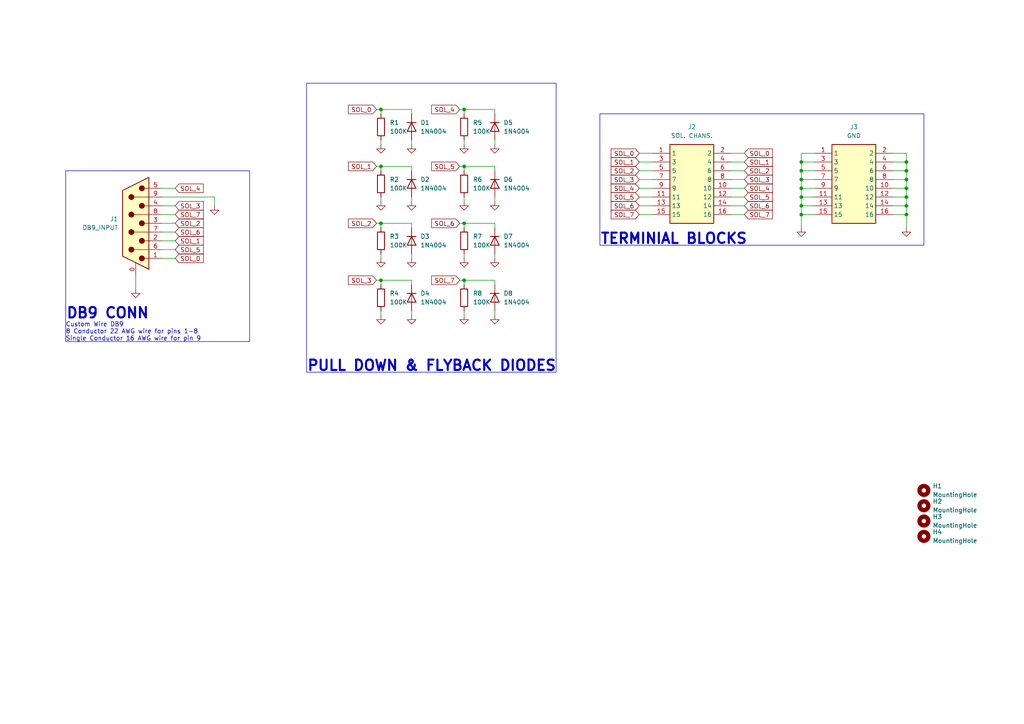
<source format=kicad_sch>
(kicad_sch (version 20250114) (generator "eeschema") (generator_version "9.0")
  (paper "A4")
  (lib_symbols
    (symbol "Connector:DE9_Pins_MountingHoles" (pin_names (offset 1.016) (hide yes))
      (property "Reference" "J" (at 0 16.51 0))
      (property "Value" "DE9_Pins_MountingHoles" (at 0 14.605 0))
      (symbol "DE9_Pins_MountingHoles_0_1"
        (polyline (pts (xy -3.81 10.16) (xy -2.54 10.16)))
        (polyline (pts (xy -3.81 7.62) (xy 0.508 7.62)))
        (polyline (pts (xy -3.81 5.08) (xy -2.54 5.08)))
        (polyline (pts (xy -3.81 2.54) (xy 0.508 2.54)))
        (polyline (pts (xy -3.81 0) (xy -2.54 0)))
        (polyline (pts (xy -3.81 -2.54) (xy 0.508 -2.54)))
        (polyline (pts (xy -3.81 -5.08) (xy -2.54 -5.08)))
        (polyline (pts (xy -3.81 -7.62) (xy 0.508 -7.62)))
        (polyline (pts (xy -3.81 -10.16) (xy -2.54 -10.16)))
        (polyline (pts (xy -3.81 -13.335) (xy -3.81 13.335) (xy 3.81 9.525) (xy 3.81 -9.525) (xy -3.81 -13.335)) (stroke (width 0.254)) (fill (type background)))
        (circle (center -1.778 10.16) (radius 0.762) (fill (type outline)))
        (circle (center -1.778 5.08) (radius 0.762) (fill (type outline)))
        (circle (center -1.778 0) (radius 0.762) (fill (type outline)))
        (circle (center -1.778 -5.08) (radius 0.762) (fill (type outline)))
        (circle (center -1.778 -10.16) (radius 0.762) (fill (type outline)))
        (circle (center 1.27 7.62) (radius 0.762) (fill (type outline)))
        (circle (center 1.27 2.54) (radius 0.762) (fill (type outline)))
        (circle (center 1.27 -2.54) (radius 0.762) (fill (type outline)))
        (circle (center 1.27 -7.62) (radius 0.762) (fill (type outline)))
      )
      (symbol "DE9_Pins_MountingHoles_1_1"
        (pin passive line (at -7.62 10.16 0) (length 3.81) (name "5") (number "5"))
        (pin passive line (at -7.62 7.62 0) (length 3.81) (name "9") (number "9"))
        (pin passive line (at -7.62 5.08 0) (length 3.81) (name "4") (number "4"))
        (pin passive line (at -7.62 2.54 0) (length 3.81) (name "8") (number "8"))
        (pin passive line (at -7.62 0 0) (length 3.81) (name "3") (number "3"))
        (pin passive line (at -7.62 -2.54 0) (length 3.81) (name "7") (number "7"))
        (pin passive line (at -7.62 -5.08 0) (length 3.81) (name "2") (number "2"))
        (pin passive line (at -7.62 -7.62 0) (length 3.81) (name "6") (number "6"))
        (pin passive line (at -7.62 -10.16 0) (length 3.81) (name "1") (number "1"))
        (pin passive line (at 0 -15.24 90) (length 3.81) (name "PAD") (number "0"))
      )
    )
    (symbol "Device:R" (pin_numbers (hide yes)) (pin_names (offset 0))
      (property "Reference" "R" (at 2.032 0 90))
      (property "Value" "R" (at 0 0 90))
      (symbol "R_0_1"
        (rectangle (start -1.016 -2.54) (end 1.016 2.54) (stroke (width 0.254)))
      )
      (symbol "R_1_1"
        (pin passive line (at 0 3.81 270) (length 1.27) (name "~") (number "1"))
        (pin passive line (at 0 -3.81 90) (length 1.27) (name "~") (number "2"))
      )
    )
    (symbol "Diode:1N4004" (pin_numbers (hide yes)) (pin_names (hide yes))
      (property "Reference" "D" (at 0 2.54 0))
      (property "Value" "1N4004" (at 0 -2.54 0))
      (symbol "1N4004_0_1"
        (polyline (pts (xy -1.27 1.27) (xy -1.27 -1.27)) (stroke (width 0.254)))
        (polyline (pts (xy 1.27 1.27) (xy 1.27 -1.27) (xy -1.27 0) (xy 1.27 1.27)) (stroke (width 0.254)))
        (polyline (pts (xy 1.27 0) (xy -1.27 0)))
      )
      (symbol "1N4004_1_1"
        (pin passive line (at -3.81 0 0) (length 2.54) (name "K") (number "1"))
        (pin passive line (at 3.81 0 180) (length 2.54) (name "A") (number "2"))
      )
    )
    (symbol "Mechanical:MountingHole" (pin_names (offset 1.016))
      (property "Reference" "H" (at 0 5.08 0))
      (property "Value" "MountingHole" (at 0 3.175 0))
      (symbol "MountingHole_0_1"
        (circle (center 0 0) (radius 1.27) (stroke (width 1.27)))
      )
    )
    (symbol "TBLH10V-350-08BK:TBLH10V-350-08BK"
      (property "Reference" "J" (at 19.05 7.62 0))
      (property "Value" "TBLH10V-350-08BK" (at 19.05 5.08 0))
      (symbol "TBLH10V-350-08BK_1_1"
        (rectangle (start 5.08 2.54) (end 17.78 -20.32) (stroke (width 0.254)) (fill (type background)))
        (pin passive line (at 0 0 0) (length 5.08) (name "1") (number "1"))
        (pin passive line (at 0 -2.54 0) (length 5.08) (name "3") (number "3"))
        (pin passive line (at 0 -5.08 0) (length 5.08) (name "5") (number "5"))
        (pin passive line (at 0 -7.62 0) (length 5.08) (name "7") (number "7"))
        (pin passive line (at 0 -10.16 0) (length 5.08) (name "9") (number "9"))
        (pin passive line (at 0 -12.7 0) (length 5.08) (name "11") (number "11"))
        (pin passive line (at 0 -15.24 0) (length 5.08) (name "13") (number "13"))
        (pin passive line (at 0 -17.78 0) (length 5.08) (name "15") (number "15"))
        (pin passive line (at 22.86 0 180) (length 5.08) (name "2") (number "2"))
        (pin passive line (at 22.86 -2.54 180) (length 5.08) (name "4") (number "4"))
        (pin passive line (at 22.86 -5.08 180) (length 5.08) (name "6") (number "6"))
        (pin passive line (at 22.86 -7.62 180) (length 5.08) (name "8") (number "8"))
        (pin passive line (at 22.86 -10.16 180) (length 5.08) (name "10") (number "10"))
        (pin passive line (at 22.86 -12.7 180) (length 5.08) (name "12") (number "12"))
        (pin passive line (at 22.86 -15.24 180) (length 5.08) (name "14") (number "14"))
        (pin passive line (at 22.86 -17.78 180) (length 5.08) (name "16") (number "16"))
      )
    )
    (symbol "power:GND" (power) (pin_names (offset 0))
      (property "Value" "GND" (at 0 -3.81 0))
      (symbol "GND_0_1"
        (polyline (pts (xy 0 0) (xy 0 -1.27) (xy 1.27 -1.27) (xy 0 -2.54) (xy -1.27 -1.27) (xy 0 -1.27)))
      )
      (symbol "GND_1_1"
        (pin power_in line (at 0 0 270) (length 0) (hide yes) (name "GND") (number "1"))
      )
    )
  )
  (rectangle (start 88.9 24.13) (end 161.29 107.95))
  (rectangle (start 173.99 33.02) (end 267.97 71.12))
  (rectangle (start 19.05 49.53) (end 72.39 99.06))
  (text "Custom Wire DB9\n8 Conductor 22 AWG wire for pins 1-8 \nSingle Conductor 16 AWG wire for pin 9" (at 19.05 99.06 0) (effects (font (size 1.27 1.27) (thickness 0.1588)) (justify left bottom)))
  (text "PULL DOWN & FLYBACK DIODES" (at 88.9 107.95 0) (effects (font (size 3 3) (thickness 0.6) (bold yes)) (justify left bottom)))
  (text "TERMINIAL BLOCKS" (at 173.99 71.12 0) (effects (font (size 3 3) (thickness 0.6) (bold yes)) (justify left bottom)))
  (text "DB9 CONN" (at 19.05 92.71 0) (effects (font (size 3 3) (thickness 0.6) (bold yes)) (justify left bottom)))
  (junction (at 232.41 57.15))
  (junction (at 110.49 48.26))
  (junction (at 134.62 64.77))
  (junction (at 232.41 59.69))
  (junction (at 134.62 48.26))
  (junction (at 232.41 49.53))
  (junction (at 262.89 62.23))
  (junction (at 262.89 59.69))
  (junction (at 262.89 52.07))
  (junction (at 110.49 31.75))
  (junction (at 262.89 46.99))
  (junction (at 262.89 54.61))
  (junction (at 110.49 81.28))
  (junction (at 232.41 54.61))
  (junction (at 262.89 49.53))
  (junction (at 232.41 62.23))
  (junction (at 232.41 46.99))
  (junction (at 262.89 57.15))
  (junction (at 232.41 52.07))
  (junction (at 134.62 31.75))
  (junction (at 110.49 64.77))
  (junction (at 134.62 81.28))
  (wire (pts (xy 50.8 54.61) (xy 46.99 54.61)))
  (wire (pts (xy 262.89 57.15) (xy 259.08 57.15)))
  (wire (pts (xy 134.62 41.91) (xy 134.62 40.64)))
  (wire (pts (xy 185.42 57.15) (xy 189.23 57.15)))
  (wire (pts (xy 262.89 44.45) (xy 259.08 44.45)))
  (wire (pts (xy 232.41 59.69) (xy 236.22 59.69)))
  (wire (pts (xy 232.41 62.23) (xy 232.41 59.69)))
  (wire (pts (xy 50.8 62.23) (xy 46.99 62.23)))
  (wire (pts (xy 110.49 41.91) (xy 110.49 40.64)))
  (wire (pts (xy 50.8 67.31) (xy 46.99 67.31)))
  (wire (pts (xy 50.8 64.77) (xy 46.99 64.77)))
  (wire (pts (xy 133.35 31.75) (xy 134.62 31.75)))
  (wire (pts (xy 232.41 44.45) (xy 236.22 44.45)))
  (wire (pts (xy 143.51 58.42) (xy 143.51 57.15)))
  (wire (pts (xy 215.9 49.53) (xy 212.09 49.53)))
  (wire (pts (xy 143.51 41.91) (xy 143.51 40.64)))
  (wire (pts (xy 262.89 62.23) (xy 259.08 62.23)))
  (wire (pts (xy 119.38 74.93) (xy 119.38 73.66)))
  (wire (pts (xy 110.49 31.75) (xy 119.38 31.75)))
  (wire (pts (xy 134.62 31.75) (xy 143.51 31.75)))
  (wire (pts (xy 46.99 57.15) (xy 62.23 57.15)))
  (wire (pts (xy 133.35 81.28) (xy 134.62 81.28)))
  (wire (pts (xy 50.8 69.85) (xy 46.99 69.85)))
  (wire (pts (xy 109.22 48.26) (xy 110.49 48.26)))
  (wire (pts (xy 232.41 57.15) (xy 232.41 54.61)))
  (wire (pts (xy 185.42 49.53) (xy 189.23 49.53)))
  (wire (pts (xy 185.42 62.23) (xy 189.23 62.23)))
  (wire (pts (xy 119.38 49.53) (xy 119.38 48.26)))
  (wire (pts (xy 39.37 83.82) (xy 39.37 80.01)))
  (wire (pts (xy 134.62 91.44) (xy 134.62 90.17)))
  (wire (pts (xy 262.89 62.23) (xy 262.89 59.69)))
  (wire (pts (xy 215.9 62.23) (xy 212.09 62.23)))
  (wire (pts (xy 119.38 41.91) (xy 119.38 40.64)))
  (wire (pts (xy 262.89 49.53) (xy 262.89 46.99)))
  (wire (pts (xy 232.41 52.07) (xy 232.41 49.53)))
  (wire (pts (xy 110.49 81.28) (xy 119.38 81.28)))
  (wire (pts (xy 110.49 74.93) (xy 110.49 73.66)))
  (wire (pts (xy 133.35 64.77) (xy 134.62 64.77)))
  (wire (pts (xy 232.41 49.53) (xy 232.41 46.99)))
  (wire (pts (xy 143.51 91.44) (xy 143.51 90.17)))
  (wire (pts (xy 232.41 62.23) (xy 236.22 62.23)))
  (wire (pts (xy 262.89 59.69) (xy 259.08 59.69)))
  (wire (pts (xy 262.89 54.61) (xy 262.89 52.07)))
  (wire (pts (xy 262.89 46.99) (xy 259.08 46.99)))
  (wire (pts (xy 134.62 81.28) (xy 143.51 81.28)))
  (wire (pts (xy 109.22 64.77) (xy 110.49 64.77)))
  (wire (pts (xy 262.89 57.15) (xy 262.89 54.61)))
  (wire (pts (xy 185.42 59.69) (xy 189.23 59.69)))
  (wire (pts (xy 262.89 49.53) (xy 259.08 49.53)))
  (wire (pts (xy 232.41 59.69) (xy 232.41 57.15)))
  (wire (pts (xy 110.49 58.42) (xy 110.49 57.15)))
  (wire (pts (xy 232.41 57.15) (xy 236.22 57.15)))
  (wire (pts (xy 134.62 74.93) (xy 134.62 73.66)))
  (wire (pts (xy 110.49 31.75) (xy 110.49 33.02)))
  (wire (pts (xy 110.49 81.28) (xy 110.49 82.55)))
  (wire (pts (xy 232.41 54.61) (xy 236.22 54.61)))
  (wire (pts (xy 215.9 59.69) (xy 212.09 59.69)))
  (wire (pts (xy 262.89 54.61) (xy 259.08 54.61)))
  (wire (pts (xy 110.49 91.44) (xy 110.49 90.17)))
  (wire (pts (xy 215.9 46.99) (xy 212.09 46.99)))
  (wire (pts (xy 143.51 74.93) (xy 143.51 73.66)))
  (wire (pts (xy 50.8 59.69) (xy 46.99 59.69)))
  (wire (pts (xy 143.51 82.55) (xy 143.51 81.28)))
  (wire (pts (xy 215.9 54.61) (xy 212.09 54.61)))
  (wire (pts (xy 133.35 48.26) (xy 134.62 48.26)))
  (wire (pts (xy 185.42 52.07) (xy 189.23 52.07)))
  (wire (pts (xy 110.49 64.77) (xy 110.49 66.04)))
  (wire (pts (xy 134.62 48.26) (xy 134.62 49.53)))
  (wire (pts (xy 119.38 58.42) (xy 119.38 57.15)))
  (wire (pts (xy 119.38 33.02) (xy 119.38 31.75)))
  (wire (pts (xy 215.9 52.07) (xy 212.09 52.07)))
  (wire (pts (xy 232.41 46.99) (xy 236.22 46.99)))
  (wire (pts (xy 119.38 91.44) (xy 119.38 90.17)))
  (wire (pts (xy 185.42 44.45) (xy 189.23 44.45)))
  (wire (pts (xy 119.38 66.04) (xy 119.38 64.77)))
  (wire (pts (xy 185.42 54.61) (xy 189.23 54.61)))
  (wire (pts (xy 232.41 49.53) (xy 236.22 49.53)))
  (wire (pts (xy 262.89 52.07) (xy 262.89 49.53)))
  (wire (pts (xy 143.51 66.04) (xy 143.51 64.77)))
  (wire (pts (xy 143.51 33.02) (xy 143.51 31.75)))
  (wire (pts (xy 262.89 46.99) (xy 262.89 44.45)))
  (wire (pts (xy 215.9 57.15) (xy 212.09 57.15)))
  (wire (pts (xy 62.23 57.15) (xy 62.23 59.69)))
  (wire (pts (xy 262.89 52.07) (xy 259.08 52.07)))
  (wire (pts (xy 262.89 59.69) (xy 262.89 57.15)))
  (wire (pts (xy 185.42 46.99) (xy 189.23 46.99)))
  (wire (pts (xy 232.41 46.99) (xy 232.41 44.45)))
  (wire (pts (xy 119.38 82.55) (xy 119.38 81.28)))
  (wire (pts (xy 134.62 81.28) (xy 134.62 82.55)))
  (wire (pts (xy 134.62 31.75) (xy 134.62 33.02)))
  (wire (pts (xy 134.62 64.77) (xy 143.51 64.77)))
  (wire (pts (xy 215.9 44.45) (xy 212.09 44.45)))
  (wire (pts (xy 109.22 81.28) (xy 110.49 81.28)))
  (wire (pts (xy 134.62 58.42) (xy 134.62 57.15)))
  (wire (pts (xy 50.8 74.93) (xy 46.99 74.93)))
  (wire (pts (xy 109.22 31.75) (xy 110.49 31.75)))
  (wire (pts (xy 110.49 48.26) (xy 119.38 48.26)))
  (wire (pts (xy 143.51 49.53) (xy 143.51 48.26)))
  (wire (pts (xy 232.41 54.61) (xy 232.41 52.07)))
  (wire (pts (xy 110.49 64.77) (xy 119.38 64.77)))
  (wire (pts (xy 134.62 48.26) (xy 143.51 48.26)))
  (wire (pts (xy 262.89 66.04) (xy 262.89 62.23)))
  (wire (pts (xy 232.41 52.07) (xy 236.22 52.07)))
  (wire (pts (xy 232.41 66.04) (xy 232.41 62.23)))
  (wire (pts (xy 50.8 72.39) (xy 46.99 72.39)))
  (wire (pts (xy 134.62 64.77) (xy 134.62 66.04)))
  (wire (pts (xy 110.49 48.26) (xy 110.49 49.53)))
  (global_label "SOL_4" (shape input) (at 215.9 54.61 0) (property "Intersheetrefs" "${INTERSHEET_REFS}" (effects (hide yes))))
  (global_label "SOL_4" (shape input) (at 133.35 31.75 180) (property "Intersheetrefs" "${INTERSHEET_REFS}" (effects (hide yes))))
  (global_label "SOL_6" (shape input) (at 215.9 59.69 0) (property "Intersheetrefs" "${INTERSHEET_REFS}" (effects (hide yes))))
  (global_label "SOL_7" (shape input) (at 185.42 62.23 180) (property "Intersheetrefs" "${INTERSHEET_REFS}" (effects (hide yes))))
  (global_label "SOL_5" (shape input) (at 133.35 48.26 180) (property "Intersheetrefs" "${INTERSHEET_REFS}" (effects (hide yes))))
  (global_label "SOL_6" (shape input) (at 133.35 64.77 180) (property "Intersheetrefs" "${INTERSHEET_REFS}" (effects (hide yes))))
  (global_label "SOL_7" (shape input) (at 215.9 62.23 0) (property "Intersheetrefs" "${INTERSHEET_REFS}" (effects (hide yes))))
  (global_label "SOL_1" (shape input) (at 185.42 46.99 180) (property "Intersheetrefs" "${INTERSHEET_REFS}" (effects (hide yes))))
  (global_label "SOL_5" (shape input) (at 215.9 57.15 0) (property "Intersheetrefs" "${INTERSHEET_REFS}" (effects (hide yes))))
  (global_label "SOL_1" (shape input) (at 50.8 69.85 0) (property "Intersheetrefs" "${INTERSHEET_REFS}" (effects (hide yes))))
  (global_label "SOL_3" (shape input) (at 50.8 59.69 0) (property "Intersheetrefs" "${INTERSHEET_REFS}" (effects (hide yes))))
  (global_label "SOL_6" (shape input) (at 185.42 59.69 180) (property "Intersheetrefs" "${INTERSHEET_REFS}" (effects (hide yes))))
  (global_label "SOL_1" (shape input) (at 215.9 46.99 0) (property "Intersheetrefs" "${INTERSHEET_REFS}" (effects (hide yes))))
  (global_label "SOL_0" (shape input) (at 50.8 74.93 0) (property "Intersheetrefs" "${INTERSHEET_REFS}" (effects (hide yes))))
  (global_label "SOL_3" (shape input) (at 185.42 52.07 180) (property "Intersheetrefs" "${INTERSHEET_REFS}" (effects (hide yes))))
  (global_label "SOL_4" (shape input) (at 185.42 54.61 180) (property "Intersheetrefs" "${INTERSHEET_REFS}" (effects (hide yes))))
  (global_label "SOL_0" (shape input) (at 109.22 31.75 180) (property "Intersheetrefs" "${INTERSHEET_REFS}" (effects (hide yes))))
  (global_label "SOL_2" (shape input) (at 109.22 64.77 180) (property "Intersheetrefs" "${INTERSHEET_REFS}" (effects (hide yes))))
  (global_label "SOL_5" (shape input) (at 50.8 72.39 0) (property "Intersheetrefs" "${INTERSHEET_REFS}" (effects (hide yes))))
  (global_label "SOL_5" (shape input) (at 185.42 57.15 180) (property "Intersheetrefs" "${INTERSHEET_REFS}" (effects (hide yes))))
  (global_label "SOL_7" (shape input) (at 133.35 81.28 180) (property "Intersheetrefs" "${INTERSHEET_REFS}" (effects (hide yes))))
  (global_label "SOL_2" (shape input) (at 50.8 64.77 0) (property "Intersheetrefs" "${INTERSHEET_REFS}" (effects (hide yes))))
  (global_label "SOL_3" (shape input) (at 109.22 81.28 180) (property "Intersheetrefs" "${INTERSHEET_REFS}" (effects (hide yes))))
  (global_label "SOL_1" (shape input) (at 109.22 48.26 180) (property "Intersheetrefs" "${INTERSHEET_REFS}" (effects (hide yes))))
  (global_label "SOL_0" (shape input) (at 185.42 44.45 180) (property "Intersheetrefs" "${INTERSHEET_REFS}" (effects (hide yes))))
  (global_label "SOL_2" (shape input) (at 185.42 49.53 180) (property "Intersheetrefs" "${INTERSHEET_REFS}" (effects (hide yes))))
  (global_label "SOL_3" (shape input) (at 215.9 52.07 0) (property "Intersheetrefs" "${INTERSHEET_REFS}" (effects (hide yes))))
  (global_label "SOL_4" (shape input) (at 50.8 54.61 0) (property "Intersheetrefs" "${INTERSHEET_REFS}" (effects (hide yes))))
  (global_label "SOL_7" (shape input) (at 50.8 62.23 0) (property "Intersheetrefs" "${INTERSHEET_REFS}" (effects (hide yes))))
  (global_label "SOL_0" (shape input) (at 215.9 44.45 0) (property "Intersheetrefs" "${INTERSHEET_REFS}" (effects (hide yes))))
  (global_label "SOL_6" (shape input) (at 50.8 67.31 0) (property "Intersheetrefs" "${INTERSHEET_REFS}" (effects (hide yes))))
  (global_label "SOL_2" (shape input) (at 215.9 49.53 0) (property "Intersheetrefs" "${INTERSHEET_REFS}" (effects (hide yes))))
  (symbol (lib_id "TBLH10V-350-08BK:TBLH10V-350-08BK") (at 189.23 44.45 0) (unit 1)
    (property "Reference" "J2" (at 200.66 36.83 0))
    (property "Value" "SOL. CHANS." (at 200.66 39.37 0))
    (property "Footprint" "TBLH10V-350-08BK:RHDR16W80P550X350_2X8_2870X850X1420P" (effects (hide yes)))
    (property "Datasheet" "https://datasheet.datasheetarchive.com/originals/distributors/Datasheets_SAMA/62bf51551d5aebf1740722b2eb166d63.pdf" (effects (hide yes)))
    (property "Description" "Fixed Terminal Blocks Terminal block, screwless, High Temp, 3.5, Vertical, 8, Black w Gray Button" (effects (hide yes)))
    (property "Height" "14.2" (effects (hide yes)))
    (property "Mouser Part Number" "490-TBLH10V-350-08BK" (effects (hide yes)))
    (property "Mouser Price/Stock" "https://www.mouser.co.uk/ProductDetail/CUI-Devices/TBLH10V-350-08BK?qs=UXgszm6BlbG3AKcoQWgT3Q%3D%3D" (effects (hide yes)))
    (property "Manufacturer_Name" "CUI Devices" (effects (hide yes)))
    (property "Manufacturer_Part_Number" "TBLH10V-350-08BK" (effects (hide yes)))
  )
  (symbol (lib_id "power:GND") (at 134.62 91.44 0) (unit 1)
    (property "Reference" "#PWR012" (effects (hide yes)))
    (property "Value" "GND" (effects (hide yes)))
    (property "Description" "Power symbol creates a global label with name \"GND\" , ground" (effects (hide yes)))
  )
  (symbol (lib_id "Device:R") (at 134.62 69.85 0) (unit 1)
    (property "Reference" "R7" (at 137.16 68.5799 0) (effects (justify left)))
    (property "Value" "100K" (at 137.16 71.1199 0) (effects (justify left)))
    (property "Footprint" "Resistor_THT:R_Axial_DIN0207_L6.3mm_D2.5mm_P7.62mm_Horizontal" (effects (hide yes)))
    (property "Description" "Resistor" (effects (hide yes)))
  )
  (symbol (lib_id "power:GND") (at 143.51 74.93 0) (unit 1)
    (property "Reference" "#PWR015" (effects (hide yes)))
    (property "Value" "GND" (effects (hide yes)))
    (property "Description" "Power symbol creates a global label with name \"GND\" , ground" (effects (hide yes)))
  )
  (symbol (lib_id "Diode:1N4004") (at 143.51 36.83 270) (unit 1)
    (property "Reference" "D5" (at 146.05 35.5599 90) (effects (justify left)))
    (property "Value" "1N4004" (at 146.05 38.0999 90) (effects (justify left)))
    (property "Footprint" "Diode_THT:D_DO-41_SOD81_P7.62mm_Horizontal" (effects (hide yes)))
    (property "Datasheet" "http://www.vishay.com/docs/88503/1n4001.pdf" (effects (hide yes)))
    (property "Description" "400V 1A General Purpose Rectifier Diode, DO-41" (effects (hide yes)))
    (property "Sim.Device" "D" (effects (hide yes)))
    (property "Sim.Pins" "1=K 2=A" (effects (hide yes)))
  )
  (symbol (lib_id "Device:R") (at 110.49 69.85 0) (unit 1)
    (property "Reference" "R3" (at 113.03 68.5799 0) (effects (justify left)))
    (property "Value" "100K" (at 113.03 71.1199 0) (effects (justify left)))
    (property "Footprint" "Resistor_THT:R_Axial_DIN0207_L6.3mm_D2.5mm_P7.62mm_Horizontal" (effects (hide yes)))
    (property "Description" "Resistor" (effects (hide yes)))
  )
  (symbol (lib_id "power:GND") (at 110.49 91.44 0) (unit 1)
    (property "Reference" "#PWR06" (effects (hide yes)))
    (property "Value" "GND" (effects (hide yes)))
    (property "Description" "Power symbol creates a global label with name \"GND\" , ground" (effects (hide yes)))
  )
  (symbol (lib_id "power:GND") (at 110.49 58.42 0) (unit 1)
    (property "Reference" "#PWR01" (effects (hide yes)))
    (property "Value" "GND" (effects (hide yes)))
    (property "Description" "Power symbol creates a global label with name \"GND\" , ground" (effects (hide yes)))
  )
  (symbol (lib_id "power:GND") (at 119.38 74.93 0) (unit 1)
    (property "Reference" "#PWR07" (effects (hide yes)))
    (property "Value" "GND" (effects (hide yes)))
    (property "Description" "Power symbol creates a global label with name \"GND\" , ground" (effects (hide yes)))
  )
  (symbol (lib_id "Diode:1N4004") (at 119.38 36.83 270) (unit 1)
    (property "Reference" "D1" (at 121.92 35.5599 90) (effects (justify left)))
    (property "Value" "1N4004" (at 121.92 38.0999 90) (effects (justify left)))
    (property "Footprint" "Diode_THT:D_DO-41_SOD81_P7.62mm_Horizontal" (effects (hide yes)))
    (property "Datasheet" "http://www.vishay.com/docs/88503/1n4001.pdf" (effects (hide yes)))
    (property "Description" "400V 1A General Purpose Rectifier Diode, DO-41" (effects (hide yes)))
    (property "Sim.Device" "D" (effects (hide yes)))
    (property "Sim.Pins" "1=K 2=A" (effects (hide yes)))
  )
  (symbol (lib_id "Diode:1N4004") (at 119.38 86.36 270) (unit 1)
    (property "Reference" "D4" (at 121.92 85.0899 90) (effects (justify left)))
    (property "Value" "1N4004" (at 121.92 87.6299 90) (effects (justify left)))
    (property "Footprint" "Diode_THT:D_DO-41_SOD81_P7.62mm_Horizontal" (effects (hide yes)))
    (property "Datasheet" "http://www.vishay.com/docs/88503/1n4001.pdf" (effects (hide yes)))
    (property "Description" "400V 1A General Purpose Rectifier Diode, DO-41" (effects (hide yes)))
    (property "Sim.Device" "D" (effects (hide yes)))
    (property "Sim.Pins" "1=K 2=A" (effects (hide yes)))
  )
  (symbol (lib_id "power:GND") (at 62.23 59.69 0) (unit 1)
    (property "Reference" "#PWR04" (effects (hide yes)))
    (property "Value" "GND" (effects (hide yes)))
  )
  (symbol (lib_id "Diode:1N4004") (at 119.38 69.85 270) (unit 1)
    (property "Reference" "D3" (at 121.92 68.5799 90) (effects (justify left)))
    (property "Value" "1N4004" (at 121.92 71.1199 90) (effects (justify left)))
    (property "Footprint" "Diode_THT:D_DO-41_SOD81_P7.62mm_Horizontal" (effects (hide yes)))
    (property "Datasheet" "http://www.vishay.com/docs/88503/1n4001.pdf" (effects (hide yes)))
    (property "Description" "400V 1A General Purpose Rectifier Diode, DO-41" (effects (hide yes)))
    (property "Sim.Device" "D" (effects (hide yes)))
    (property "Sim.Pins" "1=K 2=A" (effects (hide yes)))
  )
  (symbol (lib_id "power:GND") (at 110.49 41.91 0) (unit 1)
    (property "Reference" "#PWR024" (effects (hide yes)))
    (property "Value" "GND" (effects (hide yes)))
    (property "Description" "Power symbol creates a global label with name \"GND\" , ground" (effects (hide yes)))
  )
  (symbol (lib_id "power:GND") (at 134.62 41.91 0) (unit 1)
    (property "Reference" "#PWR09" (effects (hide yes)))
    (property "Value" "GND" (effects (hide yes)))
    (property "Description" "Power symbol creates a global label with name \"GND\" , ground" (effects (hide yes)))
  )
  (symbol (lib_id "Device:R") (at 134.62 86.36 0) (unit 1)
    (property "Reference" "R8" (at 137.16 85.0899 0) (effects (justify left)))
    (property "Value" "100K" (at 137.16 87.6299 0) (effects (justify left)))
    (property "Footprint" "Resistor_THT:R_Axial_DIN0207_L6.3mm_D2.5mm_P7.62mm_Horizontal" (effects (hide yes)))
    (property "Description" "Resistor" (effects (hide yes)))
  )
  (symbol (lib_id "Mechanical:MountingHole") (at 267.97 151.13 0) (unit 1)
    (property "Reference" "H3" (at 270.51 149.86 0) (effects (justify left)))
    (property "Value" "MountingHole" (at 270.51 152.4 0) (effects (justify left)))
    (property "Footprint" "MountingHole:MountingHole_3.2mm_M3" (effects (hide yes)))
  )
  (symbol (lib_id "power:GND") (at 119.38 58.42 0) (unit 1)
    (property "Reference" "#PWR02" (effects (hide yes)))
    (property "Value" "GND" (effects (hide yes)))
    (property "Description" "Power symbol creates a global label with name \"GND\" , ground" (effects (hide yes)))
  )
  (symbol (lib_id "power:GND") (at 143.51 58.42 0) (unit 1)
    (property "Reference" "#PWR014" (effects (hide yes)))
    (property "Value" "GND" (effects (hide yes)))
    (property "Description" "Power symbol creates a global label with name \"GND\" , ground" (effects (hide yes)))
  )
  (symbol (lib_id "Device:R") (at 110.49 53.34 0) (unit 1)
    (property "Reference" "R2" (at 113.03 52.0699 0) (effects (justify left)))
    (property "Value" "100K" (at 113.03 54.6099 0) (effects (justify left)))
    (property "Footprint" "Resistor_THT:R_Axial_DIN0207_L6.3mm_D2.5mm_P7.62mm_Horizontal" (effects (hide yes)))
    (property "Description" "Resistor" (effects (hide yes)))
  )
  (symbol (lib_id "Diode:1N4004") (at 143.51 86.36 270) (unit 1)
    (property "Reference" "D8" (at 146.05 85.0899 90) (effects (justify left)))
    (property "Value" "1N4004" (at 146.05 87.6299 90) (effects (justify left)))
    (property "Footprint" "Diode_THT:D_DO-41_SOD81_P7.62mm_Horizontal" (effects (hide yes)))
    (property "Datasheet" "http://www.vishay.com/docs/88503/1n4001.pdf" (effects (hide yes)))
    (property "Description" "400V 1A General Purpose Rectifier Diode, DO-41" (effects (hide yes)))
    (property "Sim.Device" "D" (effects (hide yes)))
    (property "Sim.Pins" "1=K 2=A" (effects (hide yes)))
  )
  (symbol (lib_id "power:GND") (at 39.37 83.82 0) (unit 1)
    (property "Reference" "#PWR03" (effects (hide yes)))
    (property "Value" "GND" (effects (hide yes)))
  )
  (symbol (lib_id "Diode:1N4004") (at 143.51 69.85 270) (unit 1)
    (property "Reference" "D7" (at 146.05 68.5799 90) (effects (justify left)))
    (property "Value" "1N4004" (at 146.05 71.1199 90) (effects (justify left)))
    (property "Footprint" "Diode_THT:D_DO-41_SOD81_P7.62mm_Horizontal" (effects (hide yes)))
    (property "Datasheet" "http://www.vishay.com/docs/88503/1n4001.pdf" (effects (hide yes)))
    (property "Description" "400V 1A General Purpose Rectifier Diode, DO-41" (effects (hide yes)))
    (property "Sim.Device" "D" (effects (hide yes)))
    (property "Sim.Pins" "1=K 2=A" (effects (hide yes)))
  )
  (symbol (lib_id "power:GND") (at 134.62 58.42 0) (unit 1)
    (property "Reference" "#PWR010" (effects (hide yes)))
    (property "Value" "GND" (effects (hide yes)))
    (property "Description" "Power symbol creates a global label with name \"GND\" , ground" (effects (hide yes)))
  )
  (symbol (lib_id "power:GND") (at 134.62 74.93 0) (unit 1)
    (property "Reference" "#PWR011" (effects (hide yes)))
    (property "Value" "GND" (effects (hide yes)))
    (property "Description" "Power symbol creates a global label with name \"GND\" , ground" (effects (hide yes)))
  )
  (symbol (lib_id "Device:R") (at 134.62 53.34 0) (unit 1)
    (property "Reference" "R6" (at 137.16 52.0699 0) (effects (justify left)))
    (property "Value" "100K" (at 137.16 54.6099 0) (effects (justify left)))
    (property "Footprint" "Resistor_THT:R_Axial_DIN0207_L6.3mm_D2.5mm_P7.62mm_Horizontal" (effects (hide yes)))
    (property "Description" "Resistor" (effects (hide yes)))
  )
  (symbol (lib_id "Device:R") (at 110.49 86.36 0) (unit 1)
    (property "Reference" "R4" (at 113.03 85.0899 0) (effects (justify left)))
    (property "Value" "100K" (at 113.03 87.6299 0) (effects (justify left)))
    (property "Footprint" "Resistor_THT:R_Axial_DIN0207_L6.3mm_D2.5mm_P7.62mm_Horizontal" (effects (hide yes)))
    (property "Description" "Resistor" (effects (hide yes)))
  )
  (symbol (lib_id "Connector:DE9_Pins_MountingHoles") (at 39.37 64.77 0) (mirror y) (unit 1)
    (property "Reference" "J1" (at 34.29 63.4999 0) (effects (justify left)))
    (property "Value" "DB9_INPUT" (at 34.29 66.0399 0) (effects (justify left)))
    (property "Footprint" "Connector_Dsub:DSUB-9_Pins_Vertical_P2.77x2.84mm_MountingHoles" (effects (hide yes)))
    (property "Description" "9-pin D-SUB connector, pins (male), Mounting Hole" (effects (hide yes)))
  )
  (symbol (lib_id "power:GND") (at 232.41 66.04 0) (unit 1)
    (property "Reference" "#PWR017" (effects (hide yes)))
    (property "Value" "GND" (effects (hide yes)))
    (property "Description" "Power symbol creates a global label with name \"GND\" , ground" (effects (hide yes)))
  )
  (symbol (lib_id "power:GND") (at 119.38 91.44 0) (unit 1)
    (property "Reference" "#PWR08" (effects (hide yes)))
    (property "Value" "GND" (effects (hide yes)))
    (property "Description" "Power symbol creates a global label with name \"GND\" , ground" (effects (hide yes)))
  )
  (symbol (lib_id "power:GND") (at 143.51 91.44 0) (unit 1)
    (property "Reference" "#PWR016" (effects (hide yes)))
    (property "Value" "GND" (effects (hide yes)))
    (property "Description" "Power symbol creates a global label with name \"GND\" , ground" (effects (hide yes)))
  )
  (symbol (lib_id "power:GND") (at 110.49 74.93 0) (unit 1)
    (property "Reference" "#PWR05" (effects (hide yes)))
    (property "Value" "GND" (effects (hide yes)))
    (property "Description" "Power symbol creates a global label with name \"GND\" , ground" (effects (hide yes)))
  )
  (symbol (lib_id "TBLH10V-350-08BK:TBLH10V-350-08BK") (at 236.22 44.45 0) (unit 1)
    (property "Reference" "J3" (at 247.65 36.83 0))
    (property "Value" "GND" (at 247.65 39.37 0))
    (property "Footprint" "TBLH10V-350-08BK:RHDR16W80P550X350_2X8_2870X850X1420P" (effects (hide yes)))
    (property "Datasheet" "https://datasheet.datasheetarchive.com/originals/distributors/Datasheets_SAMA/62bf51551d5aebf1740722b2eb166d63.pdf" (effects (hide yes)))
    (property "Description" "Fixed Terminal Blocks Terminal block, screwless, High Temp, 3.5, Vertical, 8, Black w Gray Button" (effects (hide yes)))
    (property "Height" "14.2" (effects (hide yes)))
    (property "Mouser Part Number" "490-TBLH10V-350-08BK" (effects (hide yes)))
    (property "Mouser Price/Stock" "https://www.mouser.co.uk/ProductDetail/CUI-Devices/TBLH10V-350-08BK?qs=UXgszm6BlbG3AKcoQWgT3Q%3D%3D" (effects (hide yes)))
    (property "Manufacturer_Name" "CUI Devices" (effects (hide yes)))
    (property "Manufacturer_Part_Number" "TBLH10V-350-08BK" (effects (hide yes)))
  )
  (symbol (lib_id "Mechanical:MountingHole") (at 267.97 146.685 0) (unit 1)
    (property "Reference" "H2" (at 270.51 145.415 0) (effects (justify left)))
    (property "Value" "MountingHole" (at 270.51 147.955 0) (effects (justify left)))
    (property "Footprint" "MountingHole:MountingHole_3.2mm_M3" (effects (hide yes)))
  )
  (symbol (lib_id "Device:R") (at 134.62 36.83 0) (unit 1)
    (property "Reference" "R5" (at 137.16 35.5599 0) (effects (justify left)))
    (property "Value" "100K" (at 137.16 38.0999 0) (effects (justify left)))
    (property "Footprint" "Resistor_THT:R_Axial_DIN0207_L6.3mm_D2.5mm_P7.62mm_Horizontal" (effects (hide yes)))
    (property "Description" "Resistor" (effects (hide yes)))
  )
  (symbol (lib_id "Diode:1N4004") (at 119.38 53.34 270) (unit 1)
    (property "Reference" "D2" (at 121.92 52.0699 90) (effects (justify left)))
    (property "Value" "1N4004" (at 121.92 54.6099 90) (effects (justify left)))
    (property "Footprint" "Diode_THT:D_DO-41_SOD81_P7.62mm_Horizontal" (effects (hide yes)))
    (property "Datasheet" "http://www.vishay.com/docs/88503/1n4001.pdf" (effects (hide yes)))
    (property "Description" "400V 1A General Purpose Rectifier Diode, DO-41" (effects (hide yes)))
    (property "Sim.Device" "D" (effects (hide yes)))
    (property "Sim.Pins" "1=K 2=A" (effects (hide yes)))
  )
  (symbol (lib_id "power:GND") (at 119.38 41.91 0) (unit 1)
    (property "Reference" "#PWR028" (effects (hide yes)))
    (property "Value" "GND" (effects (hide yes)))
    (property "Description" "Power symbol creates a global label with name \"GND\" , ground" (effects (hide yes)))
  )
  (symbol (lib_id "Mechanical:MountingHole") (at 267.97 142.24 0) (unit 1)
    (property "Reference" "H1" (at 270.51 140.97 0) (effects (justify left)))
    (property "Value" "MountingHole" (at 270.51 143.51 0) (effects (justify left)))
    (property "Footprint" "MountingHole:MountingHole_3.2mm_M3" (effects (hide yes)))
  )
  (symbol (lib_id "power:GND") (at 262.89 66.04 0) (mirror y) (unit 1)
    (property "Reference" "#PWR018" (effects (hide yes)))
    (property "Value" "GND" (effects (hide yes)))
    (property "Description" "Power symbol creates a global label with name \"GND\" , ground" (effects (hide yes)))
  )
  (symbol (lib_id "Diode:1N4004") (at 143.51 53.34 270) (unit 1)
    (property "Reference" "D6" (at 146.05 52.0699 90) (effects (justify left)))
    (property "Value" "1N4004" (at 146.05 54.6099 90) (effects (justify left)))
    (property "Footprint" "Diode_THT:D_DO-41_SOD81_P7.62mm_Horizontal" (effects (hide yes)))
    (property "Datasheet" "http://www.vishay.com/docs/88503/1n4001.pdf" (effects (hide yes)))
    (property "Description" "400V 1A General Purpose Rectifier Diode, DO-41" (effects (hide yes)))
    (property "Sim.Device" "D" (effects (hide yes)))
    (property "Sim.Pins" "1=K 2=A" (effects (hide yes)))
  )
  (symbol (lib_id "Mechanical:MountingHole") (at 267.97 155.575 0) (unit 1)
    (property "Reference" "H4" (at 270.51 154.305 0) (effects (justify left)))
    (property "Value" "MountingHole" (at 270.51 156.845 0) (effects (justify left)))
    (property "Footprint" "MountingHole:MountingHole_3.2mm_M3" (effects (hide yes)))
  )
  (symbol (lib_id "Device:R") (at 110.49 36.83 0) (unit 1)
    (property "Reference" "R1" (at 113.03 35.5599 0) (effects (justify left)))
    (property "Value" "100K" (at 113.03 38.0999 0) (effects (justify left)))
    (property "Footprint" "Resistor_THT:R_Axial_DIN0207_L6.3mm_D2.5mm_P7.62mm_Horizontal" (effects (hide yes)))
    (property "Description" "Resistor" (effects (hide yes)))
  )
  (symbol (lib_id "power:GND") (at 143.51 41.91 0) (unit 1)
    (property "Reference" "#PWR013" (effects (hide yes)))
    (property "Value" "GND" (effects (hide yes)))
    (property "Description" "Power symbol creates a global label with name \"GND\" , ground" (effects (hide yes)))
  )
)
</source>
